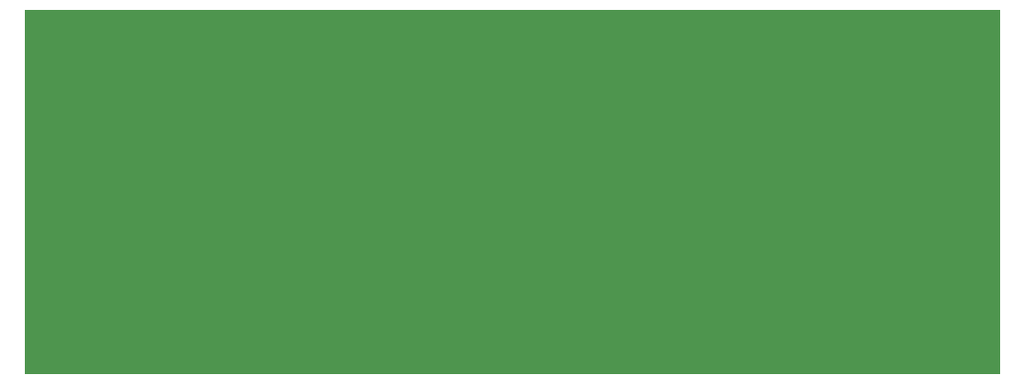
<source format=gbr>
%TF.GenerationSoftware,KiCad,Pcbnew,(5.1.6)-1*%
%TF.CreationDate,2020-08-21T17:19:32+02:00*%
%TF.ProjectId,rear_panel,72656172-5f70-4616-9e65-6c2e6b696361,rev?*%
%TF.SameCoordinates,Original*%
%TF.FileFunction,Copper,L2,Bot*%
%TF.FilePolarity,Positive*%
%FSLAX46Y46*%
G04 Gerber Fmt 4.6, Leading zero omitted, Abs format (unit mm)*
G04 Created by KiCad (PCBNEW (5.1.6)-1) date 2020-08-21 17:19:32*
%MOMM*%
%LPD*%
G01*
G04 APERTURE LIST*
%TA.AperFunction,NonConductor*%
%ADD10C,0.100000*%
%TD*%
%TA.AperFunction,ViaPad*%
%ADD11C,8.000000*%
%TD*%
G04 APERTURE END LIST*
D10*
G36*
X179000000Y-130500000D02*
G01*
X96000000Y-130500000D01*
X96000000Y-99500000D01*
X179000000Y-99500000D01*
X179000000Y-130500000D01*
G37*
X179000000Y-130500000D02*
X96000000Y-130500000D01*
X96000000Y-99500000D01*
X179000000Y-99500000D01*
X179000000Y-130500000D01*
D11*
%TO.N,*%
X174000000Y-115000000D03*
X101000000Y-115000000D03*
%TD*%
M02*

</source>
